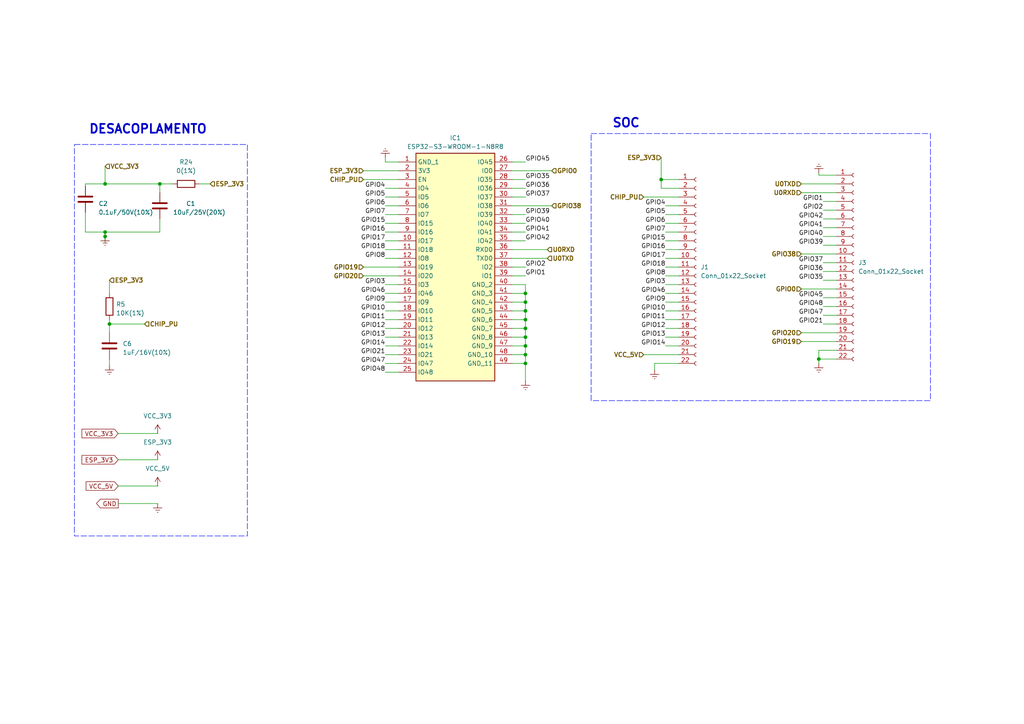
<source format=kicad_sch>
(kicad_sch (version 20231120) (generator "eeschema") (generator_version "8.0")
  (paper "A4")
  (title_block (title "ICARUS-2 OBDH") (date "2024-03-15") (rev "POC 2.0") (comment 2 "WILLIAN BUENO SANTOS") (comment 3 "ISRAEL RODRIGUES DUTRA") (comment 4 "ADRIANO CÉSAR DE SOUSA PEREIRA"))
  (lib_symbols
    (symbol "Connector:Conn_01x22_Socket" (pin_names (offset 1.016) hide)
      (property "Reference" "J" (at 0 27.94 0))
      (property "Value" "Conn_01x22_Socket" (at 0 -30.48 0))
      (symbol "Conn_01x22_Socket_1_1"
        (arc (start 0 -27.432) (mid -0.5058 -27.94) (end 0 -28.448) (stroke (width 0.1524)))
        (arc (start 0 -24.892) (mid -0.5058 -25.4) (end 0 -25.908) (stroke (width 0.1524)))
        (arc (start 0 -22.352) (mid -0.5058 -22.86) (end 0 -23.368) (stroke (width 0.1524)))
        (arc (start 0 -19.812) (mid -0.5058 -20.32) (end 0 -20.828) (stroke (width 0.1524)))
        (arc (start 0 -17.272) (mid -0.5058 -17.78) (end 0 -18.288) (stroke (width 0.1524)))
        (arc (start 0 -14.732) (mid -0.5058 -15.24) (end 0 -15.748) (stroke (width 0.1524)))
        (arc (start 0 -12.192) (mid -0.5058 -12.7) (end 0 -13.208) (stroke (width 0.1524)))
        (arc (start 0 -9.652) (mid -0.5058 -10.16) (end 0 -10.668) (stroke (width 0.1524)))
        (arc (start 0 -7.112) (mid -0.5058 -7.62) (end 0 -8.128) (stroke (width 0.1524)))
        (arc (start 0 -4.572) (mid -0.5058 -5.08) (end 0 -5.588) (stroke (width 0.1524)))
        (arc (start 0 -2.032) (mid -0.5058 -2.54) (end 0 -3.048) (stroke (width 0.1524)))
        (polyline (pts (xy -1.27 -27.94) (xy -0.508 -27.94)) (stroke (width 0.1524)))
        (polyline (pts (xy -1.27 -25.4) (xy -0.508 -25.4)) (stroke (width 0.1524)))
        (polyline (pts (xy -1.27 -22.86) (xy -0.508 -22.86)) (stroke (width 0.1524)))
        (polyline (pts (xy -1.27 -20.32) (xy -0.508 -20.32)) (stroke (width 0.1524)))
        (polyline (pts (xy -1.27 -17.78) (xy -0.508 -17.78)) (stroke (width 0.1524)))
        (polyline (pts (xy -1.27 -15.24) (xy -0.508 -15.24)) (stroke (width 0.1524)))
        (polyline (pts (xy -1.27 -12.7) (xy -0.508 -12.7)) (stroke (width 0.1524)))
        (polyline (pts (xy -1.27 -10.16) (xy -0.508 -10.16)) (stroke (width 0.1524)))
        (polyline (pts (xy -1.27 -7.62) (xy -0.508 -7.62)) (stroke (width 0.1524)))
        (polyline (pts (xy -1.27 -5.08) (xy -0.508 -5.08)) (stroke (width 0.1524)))
        (polyline (pts (xy -1.27 -2.54) (xy -0.508 -2.54)) (stroke (width 0.1524)))
        (polyline (pts (xy -1.27 0) (xy -0.508 0)) (stroke (width 0.1524)))
        (polyline (pts (xy -1.27 2.54) (xy -0.508 2.54)) (stroke (width 0.1524)))
        (polyline (pts (xy -1.27 5.08) (xy -0.508 5.08)) (stroke (width 0.1524)))
        (polyline (pts (xy -1.27 7.62) (xy -0.508 7.62)) (stroke (width 0.1524)))
        (polyline (pts (xy -1.27 10.16) (xy -0.508 10.16)) (stroke (width 0.1524)))
        (polyline (pts (xy -1.27 12.7) (xy -0.508 12.7)) (stroke (width 0.1524)))
        (polyline (pts (xy -1.27 15.24) (xy -0.508 15.24)) (stroke (width 0.1524)))
        (polyline (pts (xy -1.27 17.78) (xy -0.508 17.78)) (stroke (width 0.1524)))
        (polyline (pts (xy -1.27 20.32) (xy -0.508 20.32)) (stroke (width 0.1524)))
        (polyline (pts (xy -1.27 22.86) (xy -0.508 22.86)) (stroke (width 0.1524)))
        (polyline (pts (xy -1.27 25.4) (xy -0.508 25.4)) (stroke (width 0.1524)))
        (arc (start 0 0.508) (mid -0.5058 0) (end 0 -0.508) (stroke (width 0.1524)))
        (arc (start 0 3.048) (mid -0.5058 2.54) (end 0 2.032) (stroke (width 0.1524)))
        (arc (start 0 5.588) (mid -0.5058 5.08) (end 0 4.572) (stroke (width 0.1524)))
        (arc (start 0 8.128) (mid -0.5058 7.62) (end 0 7.112) (stroke (width 0.1524)))
        (arc (start 0 10.668) (mid -0.5058 10.16) (end 0 9.652) (stroke (width 0.1524)))
        (arc (start 0 13.208) (mid -0.5058 12.7) (end 0 12.192) (stroke (width 0.1524)))
        (arc (start 0 15.748) (mid -0.5058 15.24) (end 0 14.732) (stroke (width 0.1524)))
        (arc (start 0 18.288) (mid -0.5058 17.78) (end 0 17.272) (stroke (width 0.1524)))
        (arc (start 0 20.828) (mid -0.5058 20.32) (end 0 19.812) (stroke (width 0.1524)))
        (arc (start 0 23.368) (mid -0.5058 22.86) (end 0 22.352) (stroke (width 0.1524)))
        (arc (start 0 25.908) (mid -0.5058 25.4) (end 0 24.892) (stroke (width 0.1524)))
        (pin passive line (at -5.08 25.4 0) (length 3.81) (name "Pin_1") (number "1"))
        (pin passive line (at -5.08 2.54 0) (length 3.81) (name "Pin_10") (number "10"))
        (pin passive line (at -5.08 0 0) (length 3.81) (name "Pin_11") (number "11"))
        (pin passive line (at -5.08 -2.54 0) (length 3.81) (name "Pin_12") (number "12"))
        (pin passive line (at -5.08 -5.08 0) (length 3.81) (name "Pin_13") (number "13"))
        (pin passive line (at -5.08 -7.62 0) (length 3.81) (name "Pin_14") (number "14"))
        (pin passive line (at -5.08 -10.16 0) (length 3.81) (name "Pin_15") (number "15"))
        (pin passive line (at -5.08 -12.7 0) (length 3.81) (name "Pin_16") (number "16"))
        (pin passive line (at -5.08 -15.24 0) (length 3.81) (name "Pin_17") (number "17"))
        (pin passive line (at -5.08 -17.78 0) (length 3.81) (name "Pin_18") (number "18"))
        (pin passive line (at -5.08 -20.32 0) (length 3.81) (name "Pin_19") (number "19"))
        (pin passive line (at -5.08 22.86 0) (length 3.81) (name "Pin_2") (number "2"))
        (pin passive line (at -5.08 -22.86 0) (length 3.81) (name "Pin_20") (number "20"))
        (pin passive line (at -5.08 -25.4 0) (length 3.81) (name "Pin_21") (number "21"))
        (pin passive line (at -5.08 -27.94 0) (length 3.81) (name "Pin_22") (number "22"))
        (pin passive line (at -5.08 20.32 0) (length 3.81) (name "Pin_3") (number "3"))
        (pin passive line (at -5.08 17.78 0) (length 3.81) (name "Pin_4") (number "4"))
        (pin passive line (at -5.08 15.24 0) (length 3.81) (name "Pin_5") (number "5"))
        (pin passive line (at -5.08 12.7 0) (length 3.81) (name "Pin_6") (number "6"))
        (pin passive line (at -5.08 10.16 0) (length 3.81) (name "Pin_7") (number "7"))
        (pin passive line (at -5.08 7.62 0) (length 3.81) (name "Pin_8") (number "8"))
        (pin passive line (at -5.08 5.08 0) (length 3.81) (name "Pin_9") (number "9"))
      )
    )
    (symbol "Device:C" (pin_numbers hide) (pin_names (offset 0.254))
      (property "Reference" "C" (at 0.635 2.54 0))
      (property "Value" "C" (at 0.635 -2.54 0))
      (symbol "C_0_1"
        (polyline (pts (xy -2.032 -0.762) (xy 2.032 -0.762)) (stroke (width 0.508)))
        (polyline (pts (xy -2.032 0.762) (xy 2.032 0.762)) (stroke (width 0.508)))
      )
      (symbol "C_1_1"
        (pin passive line (at 0 3.81 270) (length 2.794) (name "~") (number "1"))
        (pin passive line (at 0 -3.81 90) (length 2.794) (name "~") (number "2"))
      )
    )
    (symbol "Device:R" (pin_numbers hide) (pin_names (offset 0))
      (property "Reference" "R" (at 2.032 0 90))
      (property "Value" "R" (at 0 0 90))
      (symbol "R_0_1"
        (rectangle (start -1.016 -2.54) (end 1.016 2.54) (stroke (width 0.254)))
      )
      (symbol "R_1_1"
        (pin passive line (at 0 3.81 270) (length 1.27) (name "~") (number "1"))
        (pin passive line (at 0 -3.81 90) (length 1.27) (name "~") (number "2"))
      )
    )
    (symbol "ESP32-S3-WROOM-1-N8R8:ESP32-S3-WROOM-1-N8R8"
      (property "Reference" "IC" (at 29.21 7.62 0))
      (property "Value" "ESP32-S3-WROOM-1-N8R8" (at 29.21 5.08 0))
      (symbol "ESP32-S3-WROOM-1-N8R8_1_1"
        (rectangle (start 5.08 2.54) (end 27.94 -63.5) (stroke (width 0.254)) (fill (type background)))
        (pin passive line (at 0 0 0) (length 5.08) (name "GND_1") (number "1"))
        (pin passive line (at 0 -22.86 0) (length 5.08) (name "IO17") (number "10"))
        (pin passive line (at 0 -25.4 0) (length 5.08) (name "IO18") (number "11"))
        (pin passive line (at 0 -27.94 0) (length 5.08) (name "IO8") (number "12"))
        (pin passive line (at 0 -30.48 0) (length 5.08) (name "IO19") (number "13"))
        (pin passive line (at 0 -33.02 0) (length 5.08) (name "IO20") (number "14"))
        (pin passive line (at 0 -35.56 0) (length 5.08) (name "IO3") (number "15"))
        (pin passive line (at 0 -38.1 0) (length 5.08) (name "IO46") (number "16"))
        (pin passive line (at 0 -40.64 0) (length 5.08) (name "IO9") (number "17"))
        (pin passive line (at 0 -43.18 0) (length 5.08) (name "IO10") (number "18"))
        (pin passive line (at 0 -45.72 0) (length 5.08) (name "IO11") (number "19"))
        (pin passive line (at 0 -2.54 0) (length 5.08) (name "3V3") (number "2"))
        (pin passive line (at 0 -48.26 0) (length 5.08) (name "IO12") (number "20"))
        (pin passive line (at 0 -50.8 0) (length 5.08) (name "IO13") (number "21"))
        (pin passive line (at 0 -53.34 0) (length 5.08) (name "IO14") (number "22"))
        (pin passive line (at 0 -55.88 0) (length 5.08) (name "IO21") (number "23"))
        (pin passive line (at 0 -58.42 0) (length 5.08) (name "IO47") (number "24"))
        (pin passive line (at 0 -60.96 0) (length 5.08) (name "IO48") (number "25"))
        (pin passive line (at 33.02 0 180) (length 5.08) (name "IO45") (number "26"))
        (pin passive line (at 33.02 -2.54 180) (length 5.08) (name "IO0") (number "27"))
        (pin passive line (at 33.02 -5.08 180) (length 5.08) (name "IO35") (number "28"))
        (pin passive line (at 33.02 -7.62 180) (length 5.08) (name "IO36") (number "29"))
        (pin passive line (at 0 -5.08 0) (length 5.08) (name "EN") (number "3"))
        (pin passive line (at 33.02 -10.16 180) (length 5.08) (name "IO37") (number "30"))
        (pin passive line (at 33.02 -12.7 180) (length 5.08) (name "IO38") (number "31"))
        (pin passive line (at 33.02 -15.24 180) (length 5.08) (name "IO39") (number "32"))
        (pin passive line (at 33.02 -17.78 180) (length 5.08) (name "IO40") (number "33"))
        (pin passive line (at 33.02 -20.32 180) (length 5.08) (name "IO41") (number "34"))
        (pin passive line (at 33.02 -22.86 180) (length 5.08) (name "IO42") (number "35"))
        (pin passive line (at 33.02 -25.4 180) (length 5.08) (name "RXD0") (number "36"))
        (pin passive line (at 33.02 -27.94 180) (length 5.08) (name "TXD0") (number "37"))
        (pin passive line (at 33.02 -30.48 180) (length 5.08) (name "IO2") (number "38"))
        (pin passive line (at 33.02 -33.02 180) (length 5.08) (name "IO1") (number "39"))
        (pin passive line (at 0 -7.62 0) (length 5.08) (name "IO4") (number "4"))
        (pin passive line (at 33.02 -35.56 180) (length 5.08) (name "GND_2") (number "40"))
        (pin passive line (at 33.02 -38.1 180) (length 5.08) (name "GND_3") (number "41"))
        (pin passive line (at 33.02 -40.64 180) (length 5.08) (name "GND_4") (number "42"))
        (pin passive line (at 33.02 -43.18 180) (length 5.08) (name "GND_5") (number "43"))
        (pin passive line (at 33.02 -45.72 180) (length 5.08) (name "GND_6") (number "44"))
        (pin passive line (at 33.02 -48.26 180) (length 5.08) (name "GND_7") (number "45"))
        (pin passive line (at 33.02 -50.8 180) (length 5.08) (name "GND_8") (number "46"))
        (pin passive line (at 33.02 -53.34 180) (length 5.08) (name "GND_9") (number "47"))
        (pin passive line (at 33.02 -55.88 180) (length 5.08) (name "GND_10") (number "48"))
        (pin passive line (at 33.02 -58.42 180) (length 5.08) (name "GND_11") (number "49"))
        (pin passive line (at 0 -10.16 0) (length 5.08) (name "IO5") (number "5"))
        (pin passive line (at 0 -12.7 0) (length 5.08) (name "IO6") (number "6"))
        (pin passive line (at 0 -15.24 0) (length 5.08) (name "IO7") (number "7"))
        (pin passive line (at 0 -17.78 0) (length 5.08) (name "IO15") (number "8"))
        (pin passive line (at 0 -20.32 0) (length 5.08) (name "IO16") (number "9"))
      )
    )
    (symbol "power:+5V" (power) (pin_numbers hide) (pin_names (offset 0) hide)
      (property "Value" "+5V" (at 0 3.556 0))
      (symbol "+5V_0_1"
        (polyline (pts (xy -0.762 1.27) (xy 0 2.54)))
        (polyline (pts (xy 0 0) (xy 0 2.54)))
        (polyline (pts (xy 0 2.54) (xy 0.762 1.27)))
      )
      (symbol "+5V_1_1"
        (pin power_in line (at 0 0 90) (length 0) (name "~") (number "1"))
      )
    )
    (symbol "power:Earth" (power) (pin_names (offset 0))
      (symbol "Earth_0_1"
        (polyline (pts (xy -0.635 -1.905) (xy 0.635 -1.905)))
        (polyline (pts (xy -0.127 -2.54) (xy 0.127 -2.54)))
        (polyline (pts (xy 0 -1.27) (xy 0 0)))
        (polyline (pts (xy 1.27 -1.27) (xy -1.27 -1.27)))
      )
      (symbol "Earth_1_1"
        (pin power_in line (at 0 0 270) (length 0) hide (name "Earth") (number "1"))
      )
    )
  )
  (junction (at 30.48 68.58))
  (junction (at 152.4 95.25))
  (junction (at 152.4 92.71))
  (junction (at 30.48 53.34))
  (junction (at 31.75 93.98))
  (junction (at 237.49 104.14))
  (junction (at 152.4 90.17))
  (junction (at 152.4 97.79))
  (junction (at 152.4 100.33))
  (junction (at 152.4 105.41))
  (junction (at 191.77 52.07))
  (junction (at 30.48 67.31))
  (junction (at 46.355 53.34))
  (junction (at 152.4 102.87))
  (junction (at 152.4 85.09))
  (junction (at 152.4 87.63))
  (wire (pts (xy 238.76 76.2) (xy 242.57 76.2)))
  (wire (pts (xy 111.76 102.87) (xy 115.57 102.87)))
  (wire (pts (xy 111.76 90.17) (xy 115.57 90.17)))
  (wire (pts (xy 232.41 96.52) (xy 242.57 96.52)))
  (wire (pts (xy 111.76 46.99) (xy 111.76 45.72)))
  (wire (pts (xy 111.76 85.09) (xy 115.57 85.09)))
  (wire (pts (xy 193.04 87.63) (xy 196.85 87.63)))
  (wire (pts (xy 111.76 82.55) (xy 115.57 82.55)))
  (wire (pts (xy 152.4 87.63) (xy 152.4 85.09)))
  (wire (pts (xy 24.765 53.34) (xy 30.48 53.34)))
  (wire (pts (xy 193.04 82.55) (xy 196.85 82.55)))
  (wire (pts (xy 152.4 62.23) (xy 148.59 62.23)))
  (wire (pts (xy 186.69 102.87) (xy 196.85 102.87)))
  (wire (pts (xy 31.75 93.98) (xy 41.91 93.98)))
  (wire (pts (xy 232.41 53.34) (xy 242.57 53.34)))
  (wire (pts (xy 152.4 52.07) (xy 148.59 52.07)))
  (wire (pts (xy 111.76 72.39) (xy 115.57 72.39)))
  (wire (pts (xy 238.76 63.5) (xy 242.57 63.5)))
  (wire (pts (xy 152.4 46.99) (xy 148.59 46.99)))
  (wire (pts (xy 34.29 133.35) (xy 45.72 133.35)))
  (wire (pts (xy 242.57 104.14) (xy 237.49 104.14)))
  (wire (pts (xy 111.76 57.15) (xy 115.57 57.15)))
  (wire (pts (xy 111.76 100.33) (xy 115.57 100.33)))
  (wire (pts (xy 111.76 64.77) (xy 115.57 64.77)))
  (wire (pts (xy 152.4 102.87) (xy 152.4 105.41)))
  (wire (pts (xy 152.4 64.77) (xy 148.59 64.77)))
  (wire (pts (xy 57.785 53.34) (xy 60.96 53.34)))
  (wire (pts (xy 196.85 54.61) (xy 191.77 54.61)))
  (wire (pts (xy 193.04 97.79) (xy 196.85 97.79)))
  (wire (pts (xy 152.4 57.15) (xy 148.59 57.15)))
  (wire (pts (xy 111.76 59.69) (xy 115.57 59.69)))
  (wire (pts (xy 193.04 100.33) (xy 196.85 100.33)))
  (wire (pts (xy 148.59 95.25) (xy 152.4 95.25)))
  (wire (pts (xy 193.04 95.25) (xy 196.85 95.25)))
  (wire (pts (xy 189.865 105.41) (xy 196.85 105.41)))
  (wire (pts (xy 148.59 102.87) (xy 152.4 102.87)))
  (wire (pts (xy 30.48 67.31) (xy 30.48 68.58)))
  (wire (pts (xy 193.04 85.09) (xy 196.85 85.09)))
  (wire (pts (xy 191.77 45.72) (xy 191.77 52.07)))
  (wire (pts (xy 152.4 90.17) (xy 152.4 87.63)))
  (wire (pts (xy 238.76 66.04) (xy 242.57 66.04)))
  (wire (pts (xy 238.76 58.42) (xy 242.57 58.42)))
  (wire (pts (xy 238.76 91.44) (xy 242.57 91.44)))
  (wire (pts (xy 30.48 67.31) (xy 46.355 67.31)))
  (wire (pts (xy 30.48 70.485) (xy 30.48 68.58)))
  (wire (pts (xy 111.76 67.31) (xy 115.57 67.31)))
  (wire (pts (xy 148.59 105.41) (xy 152.4 105.41)))
  (wire (pts (xy 46.355 53.34) (xy 50.165 53.34)))
  (wire (pts (xy 111.76 54.61) (xy 115.57 54.61)))
  (wire (pts (xy 34.29 140.97) (xy 45.72 140.97)))
  (wire (pts (xy 238.76 88.9) (xy 242.57 88.9)))
  (wire (pts (xy 193.04 92.71) (xy 196.85 92.71)))
  (wire (pts (xy 105.41 77.47) (xy 115.57 77.47)))
  (wire (pts (xy 111.76 97.79) (xy 115.57 97.79)))
  (wire (pts (xy 31.75 104.14) (xy 31.75 106.045)))
  (wire (pts (xy 111.76 105.41) (xy 115.57 105.41)))
  (wire (pts (xy 160.02 59.69) (xy 148.59 59.69)))
  (wire (pts (xy 191.77 54.61) (xy 191.77 52.07)))
  (wire (pts (xy 46.355 55.88) (xy 46.355 53.34)))
  (wire (pts (xy 196.85 52.07) (xy 191.77 52.07)))
  (wire (pts (xy 152.4 95.25) (xy 152.4 97.79)))
  (wire (pts (xy 189.865 107.315) (xy 189.865 105.41)))
  (wire (pts (xy 30.48 48.26) (xy 30.48 53.34)))
  (wire (pts (xy 158.75 72.39) (xy 148.59 72.39)))
  (wire (pts (xy 238.76 60.96) (xy 242.57 60.96)))
  (wire (pts (xy 152.4 100.33) (xy 152.4 102.87)))
  (wire (pts (xy 148.59 97.79) (xy 152.4 97.79)))
  (wire (pts (xy 46.355 63.5) (xy 46.355 67.31)))
  (wire (pts (xy 152.4 105.41) (xy 152.4 110.49)))
  (wire (pts (xy 115.57 46.99) (xy 111.76 46.99)))
  (wire (pts (xy 152.4 92.71) (xy 152.4 90.17)))
  (wire (pts (xy 193.04 59.69) (xy 196.85 59.69)))
  (wire (pts (xy 238.76 78.74) (xy 242.57 78.74)))
  (wire (pts (xy 152.4 85.09) (xy 152.4 82.55)))
  (wire (pts (xy 152.4 67.31) (xy 148.59 67.31)))
  (wire (pts (xy 237.49 50.8) (xy 237.49 50.165)))
  (wire (pts (xy 152.4 97.79) (xy 152.4 100.33)))
  (wire (pts (xy 232.41 83.82) (xy 242.57 83.82)))
  (wire (pts (xy 24.765 61.595) (xy 24.765 67.31)))
  (wire (pts (xy 193.04 90.17) (xy 196.85 90.17)))
  (wire (pts (xy 31.75 92.71) (xy 31.75 93.98)))
  (wire (pts (xy 238.76 86.36) (xy 242.57 86.36)))
  (wire (pts (xy 242.57 101.6) (xy 237.49 101.6)))
  (wire (pts (xy 237.49 101.6) (xy 237.49 104.14)))
  (wire (pts (xy 111.76 92.71) (xy 115.57 92.71)))
  (wire (pts (xy 186.69 57.15) (xy 196.85 57.15)))
  (wire (pts (xy 160.02 49.53) (xy 148.59 49.53)))
  (wire (pts (xy 193.04 67.31) (xy 196.85 67.31)))
  (wire (pts (xy 152.4 77.47) (xy 148.59 77.47)))
  (wire (pts (xy 111.76 69.85) (xy 115.57 69.85)))
  (wire (pts (xy 105.41 80.01) (xy 115.57 80.01)))
  (wire (pts (xy 111.76 74.93) (xy 115.57 74.93)))
  (wire (pts (xy 242.57 50.8) (xy 237.49 50.8)))
  (wire (pts (xy 111.76 107.95) (xy 115.57 107.95)))
  (wire (pts (xy 24.765 53.34) (xy 24.765 53.975)))
  (wire (pts (xy 232.41 55.88) (xy 242.57 55.88)))
  (wire (pts (xy 238.76 68.58) (xy 242.57 68.58)))
  (wire (pts (xy 193.04 77.47) (xy 196.85 77.47)))
  (wire (pts (xy 238.76 93.98) (xy 242.57 93.98)))
  (wire (pts (xy 46.355 53.34) (xy 30.48 53.34)))
  (wire (pts (xy 237.49 104.14) (xy 237.49 105.41)))
  (wire (pts (xy 105.41 52.07) (xy 115.57 52.07)))
  (wire (pts (xy 232.41 73.66) (xy 242.57 73.66)))
  (wire (pts (xy 148.59 85.09) (xy 152.4 85.09)))
  (wire (pts (xy 148.59 87.63) (xy 152.4 87.63)))
  (wire (pts (xy 105.41 49.53) (xy 115.57 49.53)))
  (wire (pts (xy 152.4 92.71) (xy 152.4 95.25)))
  (wire (pts (xy 193.04 72.39) (xy 196.85 72.39)))
  (wire (pts (xy 193.04 69.85) (xy 196.85 69.85)))
  (wire (pts (xy 148.59 90.17) (xy 152.4 90.17)))
  (wire (pts (xy 31.75 93.98) (xy 31.75 96.52)))
  (wire (pts (xy 238.76 81.28) (xy 242.57 81.28)))
  (wire (pts (xy 111.76 87.63) (xy 115.57 87.63)))
  (wire (pts (xy 152.4 82.55) (xy 148.59 82.55)))
  (wire (pts (xy 111.76 62.23) (xy 115.57 62.23)))
  (wire (pts (xy 152.4 54.61) (xy 148.59 54.61)))
  (wire (pts (xy 24.765 67.31) (xy 30.48 67.31)))
  (wire (pts (xy 31.75 81.28) (xy 31.75 85.09)))
  (wire (pts (xy 111.76 95.25) (xy 115.57 95.25)))
  (wire (pts (xy 232.41 99.06) (xy 242.57 99.06)))
  (wire (pts (xy 34.29 146.05) (xy 45.72 146.05)))
  (wire (pts (xy 152.4 80.01) (xy 148.59 80.01)))
  (wire (pts (xy 148.59 92.71) (xy 152.4 92.71)))
  (wire (pts (xy 193.04 74.93) (xy 196.85 74.93)))
  (wire (pts (xy 193.04 62.23) (xy 196.85 62.23)))
  (wire (pts (xy 238.76 71.12) (xy 242.57 71.12)))
  (wire (pts (xy 193.04 64.77) (xy 196.85 64.77)))
  (wire (pts (xy 158.75 74.93) (xy 148.59 74.93)))
  (wire (pts (xy 152.4 69.85) (xy 148.59 69.85)))
  (wire (pts (xy 193.04 80.01) (xy 196.85 80.01)))
  (wire (pts (xy 148.59 100.33) (xy 152.4 100.33)))
  (wire (pts (xy 34.29 125.73) (xy 45.72 125.73)))
  (rectangle (start 21.59 41.91) (end 71.755 155.448) (stroke (width 0) (type dash) (color 0 0 255 1)))
  (rectangle (start 171.45 38.735) (end 269.875 116.205) (stroke (width 0) (type dash) (color 0 0 255 1)))
  (text "DESACOPLAMENTO" (at 42.926 37.592 0) (effects (font (size 2.54 2.54) (bold yes))))
  (text "SOC" (at 181.61 35.814 0) (effects (font (size 2.54 2.54) (bold yes))))
  (label "GPIO6" (at 193.04 64.77 180))
  (label "GPIO35" (at 238.76 81.28 180))
  (label "GPIO8" (at 193.04 80.01 180))
  (label "GPIO5" (at 111.76 57.15 180))
  (label "GPIO45" (at 238.76 86.36 180))
  (label "GPIO40" (at 238.76 68.58 180))
  (label "GPIO47" (at 111.76 105.41 180))
  (label "GPIO12" (at 193.04 95.25 180))
  (label "GPIO16" (at 111.76 67.31 180))
  (label "GPIO7" (at 193.04 67.31 180))
  (label "GPIO10" (at 193.04 90.17 180))
  (label "GPIO12" (at 111.76 95.25 180))
  (label "GPIO36" (at 152.4 54.61 0))
  (label "GPIO8" (at 111.76 74.93 180))
  (label "GPIO1" (at 238.76 58.42 180))
  (label "GPIO3" (at 193.04 82.55 180))
  (label "GPIO15" (at 193.04 69.85 180))
  (label "GPIO21" (at 238.76 93.98 180))
  (label "GPIO10" (at 111.76 90.17 180))
  (label "GPIO14" (at 111.76 100.33 180))
  (label "GPIO18" (at 193.04 77.47 180))
  (label "GPIO36" (at 238.76 78.74 180))
  (label "GPIO2" (at 152.4 77.47 0))
  (label "GPIO41" (at 238.76 66.04 180))
  (label "GPIO3" (at 111.76 82.55 180))
  (label "GPIO4" (at 193.04 59.69 180))
  (label "GPIO42" (at 152.4 69.85 0))
  (label "GPIO18" (at 111.76 72.39 180))
  (label "GPIO47" (at 238.76 91.44 180))
  (label "GPIO14" (at 193.04 100.33 180))
  (label "GPIO48" (at 111.76 107.95 180))
  (label "GPIO37" (at 238.76 76.2 180))
  (label "GPIO5" (at 193.04 62.23 180))
  (label "GPIO15" (at 111.76 64.77 180))
  (label "GPIO11" (at 111.76 92.71 180))
  (label "GPIO2" (at 238.76 60.96 180))
  (label "GPIO11" (at 193.04 92.71 180))
  (label "GPIO46" (at 111.76 85.09 180))
  (label "GPIO6" (at 111.76 59.69 180))
  (label "GPIO42" (at 238.76 63.5 180))
  (label "GPIO45" (at 152.4 46.99 0))
  (label "GPIO13" (at 111.76 97.79 180))
  (label "GPIO48" (at 238.76 88.9 180))
  (label "GPIO40" (at 152.4 64.77 0))
  (label "GPIO4" (at 111.76 54.61 180))
  (label "GPIO46" (at 193.04 85.09 180))
  (label "GPIO9" (at 111.76 87.63 180))
  (label "GPIO1" (at 152.4 80.01 0))
  (label "GPIO39" (at 238.76 71.12 180))
  (label "GPIO17" (at 193.04 74.93 180))
  (label "GPIO16" (at 193.04 72.39 180))
  (label "GPIO7" (at 111.76 62.23 180))
  (label "GPIO13" (at 193.04 97.79 180))
  (label "GPIO17" (at 111.76 69.85 180))
  (label "GPIO39" (at 152.4 62.23 0))
  (label "GPIO41" (at 152.4 67.31 0))
  (label "GPIO21" (at 111.76 102.87 180))
  (label "GPIO9" (at 193.04 87.63 180))
  (label "GPIO37" (at 152.4 57.15 0))
  (label "GPIO35" (at 152.4 52.07 0))
  (global_label "VCC_3V3" (shape input) (at 34.29 125.73 180) (property "Intersheetrefs" "${INTERSHEET_REFS}" (effects (hide yes))))
  (global_label "ESP_3V3" (shape input) (at 34.29 133.35 180) (property "Intersheetrefs" "${INTERSHEET_REFS}" (effects (hide yes))))
  (global_label "GND" (shape output) (at 34.29 146.05 180) (property "Intersheetrefs" "${INTERSHEET_REFS}" (effects (hide yes))))
  (global_label "VCC_5V" (shape input) (at 34.29 140.97 180) (property "Intersheetrefs" "${INTERSHEET_REFS}" (effects (hide yes))))
  (hierarchical_label "GPIO20" (shape input) (at 105.41 80.01 180) (effects (font (bold yes))))
  (hierarchical_label "VCC_3V3" (shape input) (at 30.48 48.26 0) (effects (font (bold yes))))
  (hierarchical_label "GPIO19" (shape input) (at 105.41 77.47 180) (effects (font (bold yes))))
  (hierarchical_label "CHIP_PU" (shape input) (at 105.41 52.07 180) (effects (font (bold yes))))
  (hierarchical_label "CHIP_PU" (shape input) (at 186.69 57.15 180) (effects (font (bold yes))))
  (hierarchical_label "CHIP_PU" (shape input) (at 41.91 93.98 0) (effects (font (bold yes))))
  (hierarchical_label "U0RXD" (shape input) (at 232.41 55.88 180) (effects (font (bold yes))))
  (hierarchical_label "GPIO38" (shape input) (at 160.02 59.69 0) (effects (font (bold yes))))
  (hierarchical_label "GPIO38" (shape input) (at 232.41 73.66 180) (effects (font (bold yes))))
  (hierarchical_label "GPIO0" (shape input) (at 160.02 49.53 0) (effects (font (bold yes))))
  (hierarchical_label "GPIO0" (shape input) (at 232.41 83.82 180) (effects (font (bold yes))))
  (hierarchical_label "ESP_3V3" (shape input) (at 105.41 49.53 180) (effects (font (bold yes))))
  (hierarchical_label "GPIO19" (shape input) (at 232.41 99.06 180) (effects (font (bold yes))))
  (hierarchical_label "ESP_3V3" (shape input) (at 191.77 45.72 180) (effects (font (bold yes))))
  (hierarchical_label "U0RXD" (shape input) (at 158.75 72.39 0) (effects (font (bold yes))))
  (hierarchical_label "ESP_3V3" (shape input) (at 31.75 81.28 0) (effects (font (bold yes))))
  (hierarchical_label "GPIO20" (shape input) (at 232.41 96.52 180) (effects (font (bold yes))))
  (hierarchical_label "U0TXD" (shape input) (at 158.75 74.93 0) (effects (font (bold yes))))
  (hierarchical_label "ESP_3V3" (shape input) (at 60.96 53.34 0) (effects (font (bold yes))))
  (hierarchical_label "U0TXD" (shape input) (at 232.41 53.34 180) (effects (font (bold yes))))
  (hierarchical_label "VCC_5V" (shape input) (at 186.69 102.87 180) (effects (font (bold yes))))
  (symbol (lib_id "Connector:Conn_01x22_Socket") (at 247.65 76.2 0) (unit 1)
    (property "Reference" "J3" (at 248.92 76.1999 0) (effects (justify left)))
    (property "Value" "Conn_01x22_Socket" (at 248.92 78.7399 0) (effects (justify left)))
    (property "Footprint" "Connector_PinSocket_2.54mm:PinSocket_1x22_P2.54mm_Vertical" (effects (hide yes)))
  )
  (symbol (lib_id "power:Earth") (at 237.49 105.41 0) (unit 1)
    (property "Reference" "#PWR012" (effects (hide yes)))
    (property "Value" "Earth" (effects (hide yes)))
  )
  (symbol (lib_id "ESP32-S3-WROOM-1-N8R8:ESP32-S3-WROOM-1-N8R8") (at 115.57 46.99 0) (unit 1)
    (property "Reference" "IC1" (at 132.08 40.005 0))
    (property "Value" "ESP32-S3-WROOM-1-N8R8" (at 132.08 42.545 0))
    (property "Footprint" "ESP32S3WROOM1N8R8:ESP32S3WROOM1N8R8" (effects (hide yes)))
    (property "Datasheet" "https://www.espressif.com/sites/default/files/documentation/esp32-s3-wroom-1_wroom-1u_datasheet_en.pdf" (effects (hide yes)))
    (property "Height" "3.25" (effects (hide yes)))
    (property "Mouser Part Number" "356-EP32S3WROOM1N8R8" (effects (hide yes)))
    (property "Mouser Price/Stock" "https://www.mouser.co.uk/ProductDetail/Espressif-Systems/ESP32-S3-WROOM-1-N8R8?qs=7D1LtPJG0i3%2F28hKFavOpQ%3D%3D" (effects (hide yes)))
    (property "Manufacturer_Name" "Espressif Systems" (effects (hide yes)))
    (property "Manufacturer_Part_Number" "ESP32-S3-WROOM-1-N8R8" (effects (hide yes)))
  )
  (symbol (lib_id "Device:C") (at 24.765 57.785 0) (unit 1)
    (property "Reference" "C2" (at 28.575 59.055 0) (effects (justify left)))
    (property "Value" "0.1uF/50V(10%)" (at 28.575 61.595 0) (effects (justify left)))
    (property "Footprint" "Capacitor_SMD:C_0402_1005Metric" (effects (hide yes)))
  )
  (symbol (lib_id "power:Earth") (at 45.72 146.05 0) (unit 1)
    (property "Reference" "#PWR035" (effects (hide yes)))
    (property "Value" "Earth" (effects (hide yes)))
  )
  (symbol (lib_id "Device:R") (at 31.75 88.9 180) (unit 1)
    (property "Reference" "R5" (at 33.655 88.265 0) (effects (justify right)))
    (property "Value" "10K(1%)" (at 33.655 90.805 0) (effects (justify right)))
    (property "Footprint" "Resistor_SMD:R_0201_0603Metric" (effects (hide yes)))
  )
  (symbol (lib_id "power:Earth") (at 30.48 68.58 0) (unit 1)
    (property "Reference" "#PWR01" (effects (hide yes)))
    (property "Value" "Earth" (effects (hide yes)))
  )
  (symbol (lib_id "power:Earth") (at 189.865 107.315 0) (unit 1)
    (property "Reference" "#PWR010" (effects (hide yes)))
    (property "Value" "Earth" (effects (hide yes)))
  )
  (symbol (lib_id "Device:C") (at 31.75 100.33 0) (unit 1)
    (property "Reference" "C6" (at 35.56 99.695 0) (effects (justify left)))
    (property "Value" "1uF/16V(10%)" (at 35.56 102.235 0) (effects (justify left)))
    (property "Footprint" "Capacitor_SMD:C_0402_1005Metric" (effects (hide yes)))
  )
  (symbol (lib_id "power:Earth") (at 152.4 110.49 0) (unit 1)
    (property "Reference" "#PWR02" (effects (hide yes)))
    (property "Value" "Earth" (effects (hide yes)))
  )
  (symbol (lib_id "power:+5V") (at 45.72 125.73 0) (unit 1)
    (property "Reference" "#PWR032" (effects (hide yes)))
    (property "Value" "VCC_3V3" (at 45.72 120.65 0))
    (property "Description" "Power symbol creates a global label with name \"+5V\"" (effects (hide yes)))
  )
  (symbol (lib_id "power:Earth") (at 31.75 106.045 0) (unit 1)
    (property "Reference" "#PWR05" (effects (hide yes)))
    (property "Value" "Earth" (effects (hide yes)))
  )
  (symbol (lib_id "Device:R") (at 53.975 53.34 90) (unit 1)
    (property "Reference" "R24" (at 53.975 46.99 90))
    (property "Value" "0(1%)" (at 53.975 49.53 90))
    (property "Footprint" "Resistor_SMD:R_0201_0603Metric" (effects (hide yes)))
  )
  (symbol (lib_id "power:+5V") (at 45.72 140.97 0) (unit 1)
    (property "Reference" "#PWR037" (effects (hide yes)))
    (property "Value" "VCC_5V" (at 45.72 135.89 0))
    (property "Description" "Power symbol creates a global label with name \"+5V\"" (effects (hide yes)))
  )
  (symbol (lib_id "Device:C") (at 46.355 59.69 0) (unit 1)
    (property "Reference" "C1" (at 53.975 59.055 0) (effects (justify left)))
    (property "Value" "10uF/25V(20%)" (at 50.165 61.595 0) (effects (justify left)))
    (property "Footprint" "Capacitor_SMD:C_0402_1005Metric" (effects (hide yes)))
  )
  (symbol (lib_id "power:+5V") (at 45.72 133.35 0) (unit 1)
    (property "Reference" "#PWR06" (effects (hide yes)))
    (property "Value" "ESP_3V3" (at 45.72 128.27 0))
    (property "Description" "Power symbol creates a global label with name \"+5V\"" (effects (hide yes)))
  )
  (symbol (lib_id "power:Earth") (at 237.49 50.165 180) (unit 1)
    (property "Reference" "#PWR011" (effects (hide yes)))
    (property "Value" "Earth" (effects (hide yes)))
  )
  (symbol (lib_id "power:Earth") (at 111.76 45.72 180) (unit 1)
    (property "Reference" "#PWR04" (effects (hide yes)))
    (property "Value" "Earth" (effects (hide yes)))
  )
  (symbol (lib_id "Connector:Conn_01x22_Socket") (at 201.93 77.47 0) (unit 1)
    (property "Reference" "J1" (at 203.2 77.4699 0) (effects (justify left)))
    (property "Value" "Conn_01x22_Socket" (at 203.2 80.0099 0) (effects (justify left)))
    (property "Footprint" "Connector_PinSocket_2.54mm:PinSocket_1x22_P2.54mm_Vertical" (effects (hide yes)))
  )
)
</source>
